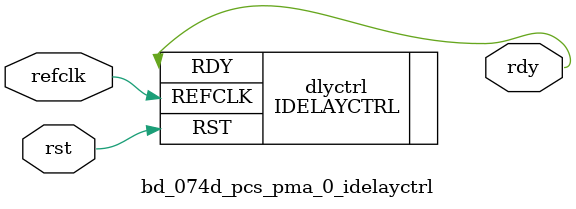
<source format=v>

`timescale 1ns / 1ps

module bd_074d_pcs_pma_0_idelayctrl 
(
    input           refclk,
    output          rdy,
    input           rst
);

   //---------------------------------------------------------------------------
   // An IDELAYCTRL primitive needs to be instantiated for the Fixed Tap Delay
   // mode of the IDELAY.
   // All IDELAYs in Fixed Tap Delay mode and the IDELAYCTRL primitives have
   // to be LOC'ed in the XDC file.
   //---------------------------------------------------------------------------

   IDELAYCTRL 
#(.SIM_DEVICE ("7SERIES"))
   dlyctrl
   (
      .RDY       (rdy),
      .REFCLK    (refclk),
      .RST       (rst)
   );
endmodule







</source>
